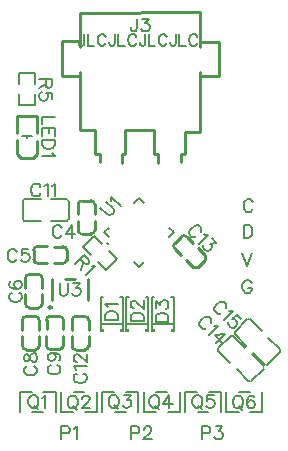
<source format=gto>
G04 Layer: TopSilkLayer*
G04 EasyEDA v6.4.25, 2021-10-30T01:07:18+08:00*
G04 7f02064591534d1f9d428ba05e81f3eb,34bb6763e28e4bbdb854ef51fa08daf4,10*
G04 Gerber Generator version 0.2*
G04 Scale: 100 percent, Rotated: No, Reflected: No *
G04 Dimensions in millimeters *
G04 leading zeros omitted , absolute positions ,4 integer and 5 decimal *
%FSLAX45Y45*%
%MOMM*%

%ADD10C,0.2540*%
%ADD11C,0.2000*%
%ADD42C,0.2030*%
%ADD43C,0.1524*%
%ADD44C,0.1500*%

%LPD*%
D11*
X782065Y3796537D02*
G01*
X782065Y3723894D01*
X777494Y3710178D01*
X772921Y3705605D01*
X763778Y3701034D01*
X754887Y3701034D01*
X745744Y3705605D01*
X741171Y3710178D01*
X736600Y3723894D01*
X736600Y3733037D01*
X812037Y3796537D02*
G01*
X812037Y3701034D01*
X812037Y3701034D02*
G01*
X866647Y3701034D01*
X964692Y3773931D02*
G01*
X960120Y3783076D01*
X951229Y3791965D01*
X942086Y3796537D01*
X923797Y3796537D01*
X914907Y3791965D01*
X905763Y3783076D01*
X901192Y3773931D01*
X896620Y3760215D01*
X896620Y3737610D01*
X901192Y3723894D01*
X905763Y3714750D01*
X914907Y3705605D01*
X923797Y3701034D01*
X942086Y3701034D01*
X951229Y3705605D01*
X960120Y3714750D01*
X964692Y3723894D01*
X1040129Y3796537D02*
G01*
X1040129Y3723894D01*
X1035812Y3710178D01*
X1031239Y3705605D01*
X1022095Y3701034D01*
X1012952Y3701034D01*
X1003807Y3705605D01*
X999236Y3710178D01*
X994663Y3723894D01*
X994663Y3733037D01*
X1070355Y3796537D02*
G01*
X1070355Y3701034D01*
X1070355Y3701034D02*
G01*
X1124712Y3701034D01*
X1223010Y3773931D02*
G01*
X1218437Y3783076D01*
X1209294Y3791965D01*
X1200150Y3796537D01*
X1182115Y3796537D01*
X1172971Y3791965D01*
X1163828Y3783076D01*
X1159255Y3773931D01*
X1154684Y3760215D01*
X1154684Y3737610D01*
X1159255Y3723894D01*
X1163828Y3714750D01*
X1172971Y3705605D01*
X1182115Y3701034D01*
X1200150Y3701034D01*
X1209294Y3705605D01*
X1218437Y3714750D01*
X1223010Y3723894D01*
X1298447Y3796537D02*
G01*
X1298447Y3723894D01*
X1293876Y3710178D01*
X1289304Y3705605D01*
X1280160Y3701034D01*
X1271270Y3701034D01*
X1262126Y3705605D01*
X1257554Y3710178D01*
X1252981Y3723894D01*
X1252981Y3733037D01*
X1328420Y3796537D02*
G01*
X1328420Y3701034D01*
X1328420Y3701034D02*
G01*
X1383029Y3701034D01*
X1481073Y3773931D02*
G01*
X1476502Y3783076D01*
X1467612Y3791965D01*
X1458468Y3796537D01*
X1440179Y3796537D01*
X1431036Y3791965D01*
X1422145Y3783076D01*
X1417573Y3773931D01*
X1413002Y3760215D01*
X1413002Y3737610D01*
X1417573Y3723894D01*
X1422145Y3714750D01*
X1431036Y3705605D01*
X1440179Y3701034D01*
X1458468Y3701034D01*
X1467612Y3705605D01*
X1476502Y3714750D01*
X1481073Y3723894D01*
X1556512Y3796537D02*
G01*
X1556512Y3723894D01*
X1551939Y3710178D01*
X1547621Y3705605D01*
X1538478Y3701034D01*
X1529334Y3701034D01*
X1520189Y3705605D01*
X1515618Y3710178D01*
X1511045Y3723894D01*
X1511045Y3733037D01*
X1586484Y3796537D02*
G01*
X1586484Y3701034D01*
X1586484Y3701034D02*
G01*
X1641094Y3701034D01*
X1739392Y3773931D02*
G01*
X1734820Y3783076D01*
X1725676Y3791965D01*
X1716531Y3796537D01*
X1698497Y3796537D01*
X1689354Y3791965D01*
X1680210Y3783076D01*
X1675637Y3773931D01*
X1671065Y3760215D01*
X1671065Y3737610D01*
X1675637Y3723894D01*
X1680210Y3714750D01*
X1689354Y3705605D01*
X1698497Y3701034D01*
X1716531Y3701034D01*
X1725676Y3705605D01*
X1734820Y3714750D01*
X1739392Y3723894D01*
D43*
X2211578Y2375407D02*
G01*
X2206244Y2385821D01*
X2195829Y2396236D01*
X2185670Y2401315D01*
X2164842Y2401315D01*
X2154428Y2396236D01*
X2144013Y2385821D01*
X2138679Y2375407D01*
X2133600Y2359660D01*
X2133600Y2333752D01*
X2138679Y2318257D01*
X2144013Y2307844D01*
X2154428Y2297429D01*
X2164842Y2292350D01*
X2185670Y2292350D01*
X2195829Y2297429D01*
X2206244Y2307844D01*
X2211578Y2318257D01*
X2133600Y2185415D02*
G01*
X2133600Y2076450D01*
X2133600Y2185415D02*
G01*
X2169921Y2185415D01*
X2185670Y2180336D01*
X2195829Y2169921D01*
X2201163Y2159507D01*
X2206244Y2143760D01*
X2206244Y2117852D01*
X2201163Y2102357D01*
X2195829Y2091944D01*
X2185670Y2081529D01*
X2169921Y2076450D01*
X2133600Y2076450D01*
X2198878Y1689607D02*
G01*
X2193544Y1700021D01*
X2183129Y1710436D01*
X2172970Y1715515D01*
X2152142Y1715515D01*
X2141728Y1710436D01*
X2131313Y1700021D01*
X2125979Y1689607D01*
X2120900Y1673860D01*
X2120900Y1647952D01*
X2125979Y1632457D01*
X2131313Y1622044D01*
X2141728Y1611629D01*
X2152142Y1606550D01*
X2172970Y1606550D01*
X2183129Y1611629D01*
X2193544Y1622044D01*
X2198878Y1632457D01*
X2198878Y1647952D01*
X2172970Y1647952D02*
G01*
X2198878Y1647952D01*
X2120900Y1944115D02*
G01*
X2162555Y1835150D01*
X2203957Y1944115D02*
G01*
X2162555Y1835150D01*
X593852Y2156205D02*
G01*
X588518Y2166620D01*
X578357Y2177034D01*
X567944Y2182113D01*
X547115Y2182113D01*
X536702Y2177034D01*
X526287Y2166620D01*
X521207Y2156205D01*
X515873Y2140712D01*
X515873Y2114804D01*
X521207Y2099055D01*
X526287Y2088642D01*
X536702Y2078228D01*
X547115Y2073147D01*
X567944Y2073147D01*
X578357Y2078228D01*
X588518Y2088642D01*
X593852Y2099055D01*
X679957Y2182113D02*
G01*
X628142Y2109470D01*
X706120Y2109470D01*
X679957Y2182113D02*
G01*
X679957Y2073147D01*
X212852Y1953005D02*
G01*
X207518Y1963420D01*
X197357Y1973834D01*
X186944Y1978913D01*
X166115Y1978913D01*
X155702Y1973834D01*
X145287Y1963420D01*
X140207Y1953005D01*
X134873Y1937512D01*
X134873Y1911604D01*
X140207Y1895855D01*
X145287Y1885442D01*
X155702Y1875028D01*
X166115Y1869947D01*
X186944Y1869947D01*
X197357Y1875028D01*
X207518Y1885442D01*
X212852Y1895855D01*
X309371Y1978913D02*
G01*
X257555Y1978913D01*
X252221Y1932178D01*
X257555Y1937512D01*
X273050Y1942592D01*
X288797Y1942592D01*
X304292Y1937512D01*
X314705Y1927097D01*
X319786Y1911604D01*
X319786Y1901189D01*
X314705Y1885442D01*
X304292Y1875028D01*
X288797Y1869947D01*
X273050Y1869947D01*
X257555Y1875028D01*
X252221Y1880362D01*
X247142Y1890776D01*
X172593Y1611452D02*
G01*
X162179Y1606118D01*
X151764Y1595958D01*
X146685Y1585544D01*
X146685Y1564716D01*
X151764Y1554302D01*
X162179Y1543888D01*
X172593Y1538808D01*
X188087Y1533474D01*
X213995Y1533474D01*
X229743Y1538808D01*
X240156Y1543888D01*
X250570Y1554302D01*
X255651Y1564716D01*
X255651Y1585544D01*
X250570Y1595958D01*
X240156Y1606118D01*
X229743Y1611452D01*
X162179Y1707972D02*
G01*
X151764Y1702892D01*
X146685Y1687398D01*
X146685Y1676984D01*
X151764Y1661236D01*
X167259Y1650822D01*
X193420Y1645742D01*
X219329Y1645742D01*
X240156Y1650822D01*
X250570Y1661236D01*
X255651Y1676984D01*
X255651Y1682064D01*
X250570Y1697558D01*
X240156Y1707972D01*
X224409Y1713306D01*
X219329Y1713306D01*
X203835Y1707972D01*
X193420Y1697558D01*
X188087Y1682064D01*
X188087Y1676984D01*
X193420Y1661236D01*
X203835Y1650822D01*
X219329Y1645742D01*
X299593Y989152D02*
G01*
X289179Y983818D01*
X278764Y973658D01*
X273685Y963244D01*
X273685Y942416D01*
X278764Y932002D01*
X289179Y921588D01*
X299593Y916508D01*
X315087Y911174D01*
X340995Y911174D01*
X356743Y916508D01*
X367156Y921588D01*
X377570Y932002D01*
X382651Y942416D01*
X382651Y963244D01*
X377570Y973658D01*
X367156Y983818D01*
X356743Y989152D01*
X273685Y1049350D02*
G01*
X278764Y1033856D01*
X289179Y1028522D01*
X299593Y1028522D01*
X310006Y1033856D01*
X315087Y1044270D01*
X320420Y1065098D01*
X325501Y1080592D01*
X335914Y1091006D01*
X346329Y1096086D01*
X361822Y1096086D01*
X372237Y1091006D01*
X377570Y1085672D01*
X382651Y1070178D01*
X382651Y1049350D01*
X377570Y1033856D01*
X372237Y1028522D01*
X361822Y1023442D01*
X346329Y1023442D01*
X335914Y1028522D01*
X325501Y1038936D01*
X320420Y1054684D01*
X315087Y1075258D01*
X310006Y1085672D01*
X299593Y1091006D01*
X289179Y1091006D01*
X278764Y1085672D01*
X273685Y1070178D01*
X273685Y1049350D01*
X497839Y998626D02*
G01*
X487426Y993546D01*
X477265Y983132D01*
X471931Y972718D01*
X471931Y951890D01*
X477265Y941476D01*
X487426Y931062D01*
X497839Y925982D01*
X513587Y920648D01*
X539495Y920648D01*
X554989Y925982D01*
X565404Y931062D01*
X575818Y941476D01*
X581152Y951890D01*
X581152Y972718D01*
X575818Y983132D01*
X565404Y993546D01*
X554989Y998626D01*
X508254Y1100480D02*
G01*
X524002Y1095146D01*
X534415Y1084986D01*
X539495Y1069238D01*
X539495Y1064158D01*
X534415Y1048410D01*
X524002Y1037996D01*
X508254Y1032916D01*
X503173Y1032916D01*
X487426Y1037996D01*
X477265Y1048410D01*
X471931Y1064158D01*
X471931Y1069238D01*
X477265Y1084986D01*
X487426Y1095146D01*
X508254Y1100480D01*
X534415Y1100480D01*
X560323Y1095146D01*
X575818Y1084986D01*
X581152Y1069238D01*
X581152Y1058824D01*
X575818Y1043330D01*
X565404Y1037996D01*
X718693Y925652D02*
G01*
X708279Y920318D01*
X697864Y910158D01*
X692785Y899744D01*
X692785Y878916D01*
X697864Y868502D01*
X708279Y858088D01*
X718693Y853008D01*
X734187Y847674D01*
X760095Y847674D01*
X775843Y853008D01*
X786256Y858088D01*
X796670Y868502D01*
X801751Y878916D01*
X801751Y899744D01*
X796670Y910158D01*
X786256Y920318D01*
X775843Y925652D01*
X713359Y959942D02*
G01*
X708279Y970356D01*
X692785Y985850D01*
X801751Y985850D01*
X718693Y1025474D02*
G01*
X713359Y1025474D01*
X702945Y1030554D01*
X697864Y1035888D01*
X692785Y1046048D01*
X692785Y1066876D01*
X697864Y1077290D01*
X702945Y1082624D01*
X713359Y1087704D01*
X723772Y1087704D01*
X734187Y1082624D01*
X749935Y1072210D01*
X801751Y1020140D01*
X801751Y1093038D01*
X1767613Y2126724D02*
G01*
X1771385Y2137681D01*
X1771385Y2152408D01*
X1767613Y2163363D01*
X1752887Y2178090D01*
X1741931Y2181862D01*
X1727202Y2181862D01*
X1716247Y2178090D01*
X1701340Y2170727D01*
X1683021Y2152408D01*
X1675836Y2137681D01*
X1672064Y2126724D01*
X1672064Y2111997D01*
X1675655Y2100861D01*
X1690385Y2086135D01*
X1701520Y2082540D01*
X1716247Y2082540D01*
X1727202Y2086312D01*
X1795452Y2106068D02*
G01*
X1806587Y2102477D01*
X1828500Y2102477D01*
X1751271Y2025248D01*
X1860110Y2070867D02*
G01*
X1900521Y2030455D01*
X1848975Y2023092D01*
X1860110Y2011956D01*
X1863882Y2001001D01*
X1863702Y1993638D01*
X1856519Y1978908D01*
X1849155Y1971545D01*
X1834428Y1964362D01*
X1819699Y1964362D01*
X1804972Y1971545D01*
X1794017Y1982503D01*
X1786653Y1997410D01*
X1786653Y2004593D01*
X1790245Y2015728D01*
X1228852Y3931920D02*
G01*
X1228852Y3848607D01*
X1223771Y3833113D01*
X1218692Y3828034D01*
X1208278Y3822700D01*
X1197863Y3822700D01*
X1187450Y3828034D01*
X1182115Y3833113D01*
X1177036Y3848607D01*
X1177036Y3859021D01*
X1273555Y3931920D02*
G01*
X1330705Y3931920D01*
X1299718Y3890263D01*
X1315212Y3890263D01*
X1325626Y3885184D01*
X1330705Y3879850D01*
X1336039Y3864355D01*
X1336039Y3853942D01*
X1330705Y3838447D01*
X1320292Y3828034D01*
X1304797Y3822700D01*
X1289304Y3822700D01*
X1273555Y3828034D01*
X1268476Y3833113D01*
X1263142Y3843528D01*
X534415Y3098800D02*
G01*
X425450Y3098800D01*
X425450Y3098800D02*
G01*
X425450Y3036570D01*
X534415Y3002279D02*
G01*
X425450Y3002279D01*
X534415Y3002279D02*
G01*
X534415Y2934715D01*
X482600Y3002279D02*
G01*
X482600Y2960623D01*
X425450Y3002279D02*
G01*
X425450Y2934715D01*
X534415Y2900426D02*
G01*
X425450Y2900426D01*
X534415Y2900426D02*
G01*
X534415Y2863850D01*
X529336Y2848355D01*
X518921Y2837942D01*
X508507Y2832862D01*
X492760Y2827528D01*
X466852Y2827528D01*
X451357Y2832862D01*
X440944Y2837942D01*
X430529Y2848355D01*
X425450Y2863850D01*
X425450Y2900426D01*
X513587Y2793237D02*
G01*
X518921Y2782823D01*
X534415Y2767329D01*
X425450Y2767329D01*
X509015Y3416300D02*
G01*
X400050Y3416300D01*
X509015Y3416300D02*
G01*
X509015Y3369563D01*
X503936Y3354070D01*
X498602Y3348736D01*
X488187Y3343655D01*
X477773Y3343655D01*
X467360Y3348736D01*
X462279Y3354070D01*
X457200Y3369563D01*
X457200Y3416300D01*
X457200Y3379978D02*
G01*
X400050Y3343655D01*
X509015Y3246881D02*
G01*
X509015Y3298952D01*
X462279Y3304031D01*
X467360Y3298952D01*
X472694Y3283204D01*
X472694Y3267710D01*
X467360Y3252215D01*
X457200Y3241802D01*
X441452Y3236468D01*
X431037Y3236468D01*
X415544Y3241802D01*
X405129Y3252215D01*
X400050Y3267710D01*
X400050Y3283204D01*
X405129Y3298952D01*
X410210Y3304031D01*
X420623Y3309365D01*
X411276Y2508707D02*
G01*
X405942Y2519121D01*
X395528Y2529535D01*
X385368Y2534615D01*
X364540Y2534615D01*
X354126Y2529535D01*
X343712Y2519121D01*
X338378Y2508707D01*
X333298Y2492959D01*
X333298Y2467051D01*
X338378Y2451557D01*
X343712Y2441143D01*
X354126Y2430729D01*
X364540Y2425649D01*
X385368Y2425649D01*
X395528Y2430729D01*
X405942Y2441143D01*
X411276Y2451557D01*
X445566Y2513787D02*
G01*
X455980Y2519121D01*
X471474Y2534615D01*
X471474Y2425649D01*
X505764Y2513787D02*
G01*
X516178Y2519121D01*
X531672Y2534615D01*
X531672Y2425649D01*
X959383Y1381099D02*
G01*
X1068349Y1381099D01*
X959383Y1381099D02*
G01*
X959383Y1417421D01*
X964463Y1433169D01*
X974877Y1443329D01*
X985291Y1448663D01*
X1001039Y1453743D01*
X1026947Y1453743D01*
X1042441Y1448663D01*
X1052855Y1443329D01*
X1063269Y1433169D01*
X1068349Y1417421D01*
X1068349Y1381099D01*
X980211Y1488033D02*
G01*
X974877Y1498447D01*
X959383Y1514195D01*
X1068349Y1514195D01*
X1175283Y1368399D02*
G01*
X1284249Y1368399D01*
X1175283Y1368399D02*
G01*
X1175283Y1404721D01*
X1180363Y1420469D01*
X1190777Y1430629D01*
X1201191Y1435963D01*
X1216939Y1441043D01*
X1242847Y1441043D01*
X1258341Y1435963D01*
X1268755Y1430629D01*
X1279169Y1420469D01*
X1284249Y1404721D01*
X1284249Y1368399D01*
X1201191Y1480667D02*
G01*
X1196111Y1480667D01*
X1185697Y1485747D01*
X1180363Y1491081D01*
X1175283Y1501495D01*
X1175283Y1522069D01*
X1180363Y1532483D01*
X1185697Y1537817D01*
X1196111Y1542897D01*
X1206525Y1542897D01*
X1216939Y1537817D01*
X1232433Y1527403D01*
X1284249Y1475333D01*
X1284249Y1548231D01*
X1386382Y1365199D02*
G01*
X1495348Y1365199D01*
X1386382Y1365199D02*
G01*
X1386382Y1401521D01*
X1391462Y1417269D01*
X1401876Y1427429D01*
X1412290Y1432763D01*
X1428038Y1437843D01*
X1453946Y1437843D01*
X1469440Y1432763D01*
X1479854Y1427429D01*
X1490268Y1417269D01*
X1495348Y1401521D01*
X1495348Y1365199D01*
X1386382Y1482547D02*
G01*
X1386382Y1539697D01*
X1428038Y1508709D01*
X1428038Y1524203D01*
X1433118Y1534617D01*
X1438198Y1539697D01*
X1453946Y1545031D01*
X1464360Y1545031D01*
X1479854Y1539697D01*
X1490268Y1529283D01*
X1495348Y1513789D01*
X1495348Y1498295D01*
X1490268Y1482547D01*
X1485188Y1477467D01*
X1474774Y1472133D01*
X589686Y477748D02*
G01*
X589686Y368782D01*
X589686Y477748D02*
G01*
X636422Y477748D01*
X651916Y472668D01*
X657250Y467334D01*
X662330Y456920D01*
X662330Y441426D01*
X657250Y431012D01*
X651916Y425932D01*
X636422Y420598D01*
X589686Y420598D01*
X696620Y456920D02*
G01*
X707034Y462254D01*
X722782Y477748D01*
X722782Y368782D01*
X1176985Y477748D02*
G01*
X1176985Y368782D01*
X1176985Y477748D02*
G01*
X1223721Y477748D01*
X1239215Y472668D01*
X1244549Y467334D01*
X1249629Y456920D01*
X1249629Y441426D01*
X1244549Y431012D01*
X1239215Y425932D01*
X1223721Y420598D01*
X1176985Y420598D01*
X1289253Y451840D02*
G01*
X1289253Y456920D01*
X1294333Y467334D01*
X1299667Y472668D01*
X1310081Y477748D01*
X1330655Y477748D01*
X1341069Y472668D01*
X1346403Y467334D01*
X1351483Y456920D01*
X1351483Y446506D01*
X1346403Y436092D01*
X1335989Y420598D01*
X1283919Y368782D01*
X1356817Y368782D01*
X1776984Y477748D02*
G01*
X1776984Y368782D01*
X1776984Y477748D02*
G01*
X1823720Y477748D01*
X1839213Y472668D01*
X1844547Y467334D01*
X1849628Y456920D01*
X1849628Y441426D01*
X1844547Y431012D01*
X1839213Y425932D01*
X1823720Y420598D01*
X1776984Y420598D01*
X1894331Y477748D02*
G01*
X1951481Y477748D01*
X1920494Y436092D01*
X1935987Y436092D01*
X1946402Y431012D01*
X1951481Y425932D01*
X1956815Y410184D01*
X1956815Y399770D01*
X1951481Y384276D01*
X1941068Y373862D01*
X1925573Y368782D01*
X1910079Y368782D01*
X1894331Y373862D01*
X1889252Y378942D01*
X1883918Y389356D01*
X341340Y742713D02*
G01*
X330926Y737633D01*
X320512Y727219D01*
X315178Y716805D01*
X310098Y701057D01*
X310098Y675149D01*
X315178Y659655D01*
X320512Y649241D01*
X330926Y638827D01*
X341340Y633747D01*
X362168Y633747D01*
X372328Y638827D01*
X382742Y649241D01*
X388076Y659655D01*
X393156Y675149D01*
X393156Y701057D01*
X388076Y716805D01*
X382742Y727219D01*
X372328Y737633D01*
X362168Y742713D01*
X341340Y742713D01*
X356834Y654321D02*
G01*
X388076Y623333D01*
X427446Y721885D02*
G01*
X437860Y727219D01*
X453608Y742713D01*
X453608Y633747D01*
X673839Y739513D02*
G01*
X663425Y734433D01*
X653011Y724019D01*
X647677Y713605D01*
X642597Y697857D01*
X642597Y671949D01*
X647677Y656455D01*
X653011Y646041D01*
X663425Y635627D01*
X673839Y630547D01*
X694667Y630547D01*
X704827Y635627D01*
X715241Y646041D01*
X720575Y656455D01*
X725655Y671949D01*
X725655Y697857D01*
X720575Y713605D01*
X715241Y724019D01*
X704827Y734433D01*
X694667Y739513D01*
X673839Y739513D01*
X689333Y651121D02*
G01*
X720575Y620133D01*
X765279Y713605D02*
G01*
X765279Y718685D01*
X770359Y729099D01*
X775693Y734433D01*
X786107Y739513D01*
X806681Y739513D01*
X817095Y734433D01*
X822429Y729099D01*
X827509Y718685D01*
X827509Y708271D01*
X822429Y697857D01*
X812015Y682363D01*
X759945Y630547D01*
X832843Y630547D01*
X1020739Y745914D02*
G01*
X1010325Y740834D01*
X999911Y730420D01*
X994577Y720006D01*
X989497Y704258D01*
X989497Y678350D01*
X994577Y662856D01*
X999911Y652442D01*
X1010325Y642028D01*
X1020739Y636948D01*
X1041567Y636948D01*
X1051727Y642028D01*
X1062141Y652442D01*
X1067475Y662856D01*
X1072555Y678350D01*
X1072555Y704258D01*
X1067475Y720006D01*
X1062141Y730420D01*
X1051727Y740834D01*
X1041567Y745914D01*
X1020739Y745914D01*
X1036233Y657522D02*
G01*
X1067475Y626534D01*
X1117259Y745914D02*
G01*
X1174409Y745914D01*
X1143167Y704258D01*
X1158915Y704258D01*
X1169329Y699178D01*
X1174409Y694098D01*
X1179743Y678350D01*
X1179743Y667936D01*
X1174409Y652442D01*
X1163995Y642028D01*
X1148501Y636948D01*
X1133007Y636948D01*
X1117259Y642028D01*
X1112179Y647108D01*
X1106845Y657522D01*
X1365940Y742713D02*
G01*
X1355526Y737633D01*
X1345112Y727219D01*
X1339778Y716805D01*
X1334698Y701057D01*
X1334698Y675149D01*
X1339778Y659655D01*
X1345112Y649241D01*
X1355526Y638827D01*
X1365940Y633747D01*
X1386768Y633747D01*
X1396928Y638827D01*
X1407342Y649241D01*
X1412676Y659655D01*
X1417756Y675149D01*
X1417756Y701057D01*
X1412676Y716805D01*
X1407342Y727219D01*
X1396928Y737633D01*
X1386768Y742713D01*
X1365940Y742713D01*
X1381434Y654321D02*
G01*
X1412676Y623333D01*
X1504116Y742713D02*
G01*
X1452046Y670069D01*
X1530024Y670069D01*
X1504116Y742713D02*
G01*
X1504116Y633747D01*
X1728640Y742713D02*
G01*
X1718226Y737633D01*
X1707812Y727219D01*
X1702478Y716805D01*
X1697398Y701057D01*
X1697398Y675149D01*
X1702478Y659655D01*
X1707812Y649241D01*
X1718226Y638827D01*
X1728640Y633747D01*
X1749468Y633747D01*
X1759628Y638827D01*
X1770042Y649241D01*
X1775376Y659655D01*
X1780456Y675149D01*
X1780456Y701057D01*
X1775376Y716805D01*
X1770042Y727219D01*
X1759628Y737633D01*
X1749468Y742713D01*
X1728640Y742713D01*
X1744134Y654321D02*
G01*
X1775376Y623333D01*
X1877230Y742713D02*
G01*
X1825160Y742713D01*
X1820080Y695977D01*
X1825160Y701057D01*
X1840908Y706391D01*
X1856402Y706391D01*
X1871896Y701057D01*
X1882310Y690897D01*
X1887644Y675149D01*
X1887644Y664735D01*
X1882310Y649241D01*
X1871896Y638827D01*
X1856402Y633747D01*
X1840908Y633747D01*
X1825160Y638827D01*
X1820080Y643907D01*
X1814746Y654321D01*
X2073838Y739513D02*
G01*
X2063424Y734433D01*
X2053010Y724019D01*
X2047676Y713605D01*
X2042596Y697857D01*
X2042596Y671949D01*
X2047676Y656455D01*
X2053010Y646041D01*
X2063424Y635627D01*
X2073838Y630547D01*
X2094666Y630547D01*
X2104826Y635627D01*
X2115240Y646041D01*
X2120574Y656455D01*
X2125654Y671949D01*
X2125654Y697857D01*
X2120574Y713605D01*
X2115240Y724019D01*
X2104826Y734433D01*
X2094666Y739513D01*
X2073838Y739513D01*
X2089332Y651121D02*
G01*
X2120574Y620133D01*
X2222428Y724019D02*
G01*
X2217094Y734433D01*
X2201600Y739513D01*
X2191186Y739513D01*
X2175692Y734433D01*
X2165278Y718685D01*
X2159944Y692777D01*
X2159944Y666869D01*
X2165278Y646041D01*
X2175692Y635627D01*
X2191186Y630547D01*
X2196266Y630547D01*
X2212014Y635627D01*
X2222428Y646041D01*
X2227508Y661535D01*
X2227508Y666869D01*
X2222428Y682363D01*
X2212014Y692777D01*
X2196266Y697857D01*
X2191186Y697857D01*
X2175692Y692777D01*
X2165278Y682363D01*
X2159944Y666869D01*
X783582Y1928182D02*
G01*
X706531Y1851131D01*
X783582Y1928182D02*
G01*
X816630Y1895134D01*
X823993Y1880588D01*
X823993Y1873044D01*
X820221Y1862086D01*
X812858Y1854723D01*
X801900Y1850951D01*
X794537Y1851131D01*
X779990Y1858495D01*
X746942Y1891543D01*
X772627Y1865858D02*
G01*
X757897Y1799765D01*
X844468Y1837839D02*
G01*
X855604Y1834248D01*
X877694Y1834070D01*
X800643Y1757019D01*
X573074Y1693303D02*
G01*
X573074Y1615325D01*
X578154Y1599831D01*
X588568Y1589417D01*
X604316Y1584337D01*
X614730Y1584337D01*
X630224Y1589417D01*
X640638Y1599831D01*
X645718Y1615325D01*
X645718Y1693303D01*
X690422Y1693303D02*
G01*
X747572Y1693303D01*
X716584Y1651647D01*
X732078Y1651647D01*
X742492Y1646567D01*
X747572Y1641487D01*
X752906Y1625739D01*
X752906Y1615325D01*
X747572Y1599831D01*
X737158Y1589417D01*
X721664Y1584337D01*
X706170Y1584337D01*
X690422Y1589417D01*
X685342Y1594497D01*
X680008Y1604911D01*
X918766Y2328044D02*
G01*
X973904Y2272906D01*
X988451Y2265542D01*
X1003180Y2265542D01*
X1017907Y2273086D01*
X1025270Y2280450D01*
X1032634Y2294999D01*
X1032634Y2309726D01*
X1025270Y2324272D01*
X970132Y2379413D01*
X1009106Y2388930D02*
G01*
X1012697Y2400066D01*
X1012878Y2422159D01*
X1089929Y2345108D01*
X1852559Y1350180D02*
G01*
X1856150Y1361315D01*
X1856150Y1376045D01*
X1852559Y1386819D01*
X1837829Y1401549D01*
X1826874Y1405318D01*
X1812147Y1405318D01*
X1801012Y1401726D01*
X1786282Y1394183D01*
X1767964Y1375864D01*
X1760601Y1361315D01*
X1757009Y1350180D01*
X1757009Y1335453D01*
X1760781Y1324498D01*
X1775508Y1309768D01*
X1786282Y1306177D01*
X1801012Y1306177D01*
X1812147Y1309768D01*
X1880397Y1329527D02*
G01*
X1891532Y1325933D01*
X1913445Y1325933D01*
X1836394Y1248882D01*
X1974509Y1264869D02*
G01*
X1886323Y1250320D01*
X1941461Y1195181D01*
X1974509Y1264869D02*
G01*
X1897458Y1187818D01*
X1979559Y1477180D02*
G01*
X1983150Y1488315D01*
X1983150Y1503045D01*
X1979559Y1513819D01*
X1964829Y1528549D01*
X1953874Y1532318D01*
X1939147Y1532318D01*
X1928012Y1528726D01*
X1913282Y1521183D01*
X1894964Y1502864D01*
X1887601Y1488315D01*
X1884009Y1477180D01*
X1884009Y1462453D01*
X1887781Y1451498D01*
X1902508Y1436768D01*
X1913282Y1433177D01*
X1928012Y1433177D01*
X1939147Y1436768D01*
X2007397Y1456527D02*
G01*
X2018532Y1452933D01*
X2040445Y1452933D01*
X1963394Y1375882D01*
X2108873Y1384505D02*
G01*
X2072055Y1421323D01*
X2035416Y1391869D01*
X2042599Y1391869D01*
X2057326Y1384683D01*
X2068461Y1373548D01*
X2075647Y1358821D01*
X2075827Y1344272D01*
X2068283Y1329545D01*
X2060920Y1322181D01*
X2046371Y1314818D01*
X2031644Y1314818D01*
X2017095Y1322181D01*
X2005959Y1333317D01*
X1998596Y1347866D01*
X1998596Y1355049D01*
X2002188Y1366184D01*
G36*
X915771Y1305102D02*
G01*
X915771Y1274622D01*
X947775Y1274622D01*
X947775Y1305102D01*
G37*
G36*
X1084224Y1305102D02*
G01*
X1084224Y1274622D01*
X1116228Y1274622D01*
X1116228Y1305102D01*
G37*
G36*
X1131671Y1305102D02*
G01*
X1131671Y1274622D01*
X1163675Y1274622D01*
X1163675Y1305102D01*
G37*
G36*
X1300124Y1305102D02*
G01*
X1300124Y1274622D01*
X1332128Y1274622D01*
X1332128Y1305102D01*
G37*
G36*
X1347571Y1305102D02*
G01*
X1347571Y1274622D01*
X1379575Y1274622D01*
X1379575Y1305102D01*
G37*
G36*
X1516024Y1305102D02*
G01*
X1516024Y1274622D01*
X1548028Y1274622D01*
X1548028Y1305102D01*
G37*
D10*
X840077Y2108898D02*
G01*
X760074Y2108898D01*
X871062Y2219873D02*
G01*
X871062Y2139876D01*
X729096Y2219873D02*
G01*
X729096Y2139876D01*
X871644Y2277463D02*
G01*
X871644Y2357462D01*
X840661Y2388445D02*
G01*
X760663Y2388445D01*
X729683Y2277463D02*
G01*
X729683Y2357462D01*
X634301Y1970377D02*
G01*
X634301Y1890374D01*
X523326Y2001362D02*
G01*
X603323Y2001362D01*
X523326Y1859396D02*
G01*
X603323Y1859396D01*
X465736Y2001944D02*
G01*
X385737Y2001944D01*
X354754Y1970961D02*
G01*
X354754Y1890963D01*
X465736Y1859983D02*
G01*
X385737Y1859983D01*
X315622Y1764601D02*
G01*
X395625Y1764601D01*
X284637Y1653626D02*
G01*
X284637Y1733623D01*
X426603Y1653626D02*
G01*
X426603Y1733623D01*
X284055Y1596036D02*
G01*
X284055Y1516037D01*
X315038Y1485054D02*
G01*
X395036Y1485054D01*
X426016Y1596036D02*
G01*
X426016Y1516037D01*
X290222Y1409001D02*
G01*
X370225Y1409001D01*
X259237Y1298026D02*
G01*
X259237Y1378023D01*
X401203Y1298026D02*
G01*
X401203Y1378023D01*
X258655Y1240436D02*
G01*
X258655Y1160437D01*
X289638Y1129454D02*
G01*
X369636Y1129454D01*
X400616Y1240436D02*
G01*
X400616Y1160437D01*
X709322Y1409001D02*
G01*
X789325Y1409001D01*
X678337Y1298026D02*
G01*
X678337Y1378023D01*
X820303Y1298026D02*
G01*
X820303Y1378023D01*
X677755Y1240436D02*
G01*
X677755Y1160437D01*
X708738Y1129454D02*
G01*
X788736Y1129454D01*
X819716Y1240436D02*
G01*
X819716Y1160437D01*
X573377Y1130998D02*
G01*
X493374Y1130998D01*
X604362Y1241973D02*
G01*
X604362Y1161976D01*
X462396Y1241973D02*
G01*
X462396Y1161976D01*
X604944Y1299563D02*
G01*
X604944Y1379562D01*
X573961Y1410545D02*
G01*
X493963Y1410545D01*
X462983Y1299563D02*
G01*
X462983Y1379562D01*
X1802958Y1885779D02*
G01*
X1746387Y1829208D01*
X1746394Y1986160D02*
G01*
X1802963Y1929594D01*
X1646011Y1885774D02*
G01*
X1702577Y1829208D01*
X1706084Y2027293D02*
G01*
X1649516Y2083861D01*
X1605699Y2083861D02*
G01*
X1549133Y2027295D01*
X1605704Y1926912D02*
G01*
X1549135Y1983480D01*
X1410474Y2706751D02*
G01*
X1410474Y2782951D01*
X1372374Y2782951D01*
X1372374Y2986151D01*
X1131074Y2986151D01*
X1131074Y2782951D01*
X1105674Y2782951D01*
X1105674Y2706751D01*
X915174Y2719451D02*
G01*
X915174Y2782951D01*
X877074Y2782951D01*
X877074Y2986151D01*
X750074Y2986151D01*
X750087Y3083052D01*
X1600974Y2719451D02*
G01*
X1600974Y2782951D01*
X1639074Y2782951D01*
X1639074Y2973451D01*
X1766074Y2973451D01*
X1766087Y3083052D01*
X750087Y3482743D02*
G01*
X750087Y3083052D01*
X750087Y3982753D02*
G01*
X750087Y3692761D01*
X1766087Y3482743D02*
G01*
X1766087Y3083052D01*
X1766087Y3987251D02*
G01*
X1766087Y3692761D01*
X1766087Y3987251D02*
G01*
X750087Y3982753D01*
X593087Y3443683D02*
G01*
X593087Y3742761D01*
X1923087Y3446223D02*
G01*
X1923087Y3735783D01*
X750087Y3742761D02*
G01*
X593087Y3742761D01*
X1923087Y3735783D02*
G01*
X1766087Y3735783D01*
X750087Y3443683D02*
G01*
X593087Y3443683D01*
X1923087Y3446223D02*
G01*
X1766087Y3446223D01*
X382313Y3106376D02*
G01*
X209593Y3106376D01*
X209593Y3106376D02*
G01*
X209593Y2959056D01*
X382313Y3106376D02*
G01*
X382313Y2959056D01*
X209593Y2900636D02*
G01*
X209593Y2783796D01*
X382313Y2898096D02*
G01*
X382313Y2783796D01*
X382313Y2783796D02*
G01*
X346753Y2748236D01*
X245153Y2748236D01*
X209593Y2783796D01*
D42*
X336593Y2937466D02*
G01*
X257853Y2937466D01*
X296748Y2937466D02*
G01*
X296748Y2919930D01*
D43*
X362013Y3378868D02*
G01*
X362013Y3474755D01*
X229892Y3474755D01*
X229892Y3378868D01*
X362013Y3293625D02*
G01*
X362013Y3197738D01*
X229892Y3197738D01*
X229892Y3293625D01*
X276080Y2221039D02*
G01*
X417080Y2221039D01*
X417080Y2401760D02*
G01*
X276080Y2401760D01*
X260840Y2386520D02*
G01*
X260840Y2236279D01*
X638319Y2221039D02*
G01*
X497319Y2221039D01*
X497319Y2401760D02*
G01*
X638319Y2401760D01*
X653559Y2386520D02*
G01*
X653559Y2236279D01*
X1108623Y1297477D02*
G01*
X1108623Y1572722D01*
X923376Y1297477D02*
G01*
X923376Y1572722D01*
X923376Y1572722D02*
G01*
X942680Y1572722D01*
X1108623Y1572722D02*
G01*
X1089319Y1572722D01*
X928377Y1343421D02*
G01*
X1103622Y1343421D01*
X1324523Y1297477D02*
G01*
X1324523Y1572722D01*
X1139276Y1297477D02*
G01*
X1139276Y1572722D01*
X1139276Y1572722D02*
G01*
X1158580Y1572722D01*
X1324523Y1572722D02*
G01*
X1305219Y1572722D01*
X1144277Y1343421D02*
G01*
X1319522Y1343421D01*
X1540423Y1297477D02*
G01*
X1540423Y1572722D01*
X1355176Y1297477D02*
G01*
X1355176Y1572722D01*
X1355176Y1572722D02*
G01*
X1374480Y1572722D01*
X1540423Y1572722D02*
G01*
X1521119Y1572722D01*
X1360177Y1343421D02*
G01*
X1535422Y1343421D01*
X540621Y601929D02*
G01*
X540621Y773668D01*
X437459Y773668D01*
X235379Y601929D02*
G01*
X235379Y773668D01*
X338541Y773668D01*
X433539Y601929D02*
G01*
X342460Y601929D01*
X585378Y773668D02*
G01*
X585378Y601929D01*
X688540Y601929D01*
X890620Y773668D02*
G01*
X890620Y601929D01*
X787458Y601929D01*
X692459Y773668D02*
G01*
X783539Y773668D01*
X1240619Y601929D02*
G01*
X1240619Y773668D01*
X1137457Y773668D01*
X935377Y601929D02*
G01*
X935377Y773668D01*
X1038539Y773668D01*
X1133538Y601929D02*
G01*
X1042459Y601929D01*
X1285379Y773668D02*
G01*
X1285379Y601929D01*
X1388541Y601929D01*
X1590621Y773668D02*
G01*
X1590621Y601929D01*
X1487459Y601929D01*
X1392461Y773668D02*
G01*
X1483540Y773668D01*
X1940620Y601929D02*
G01*
X1940620Y773668D01*
X1837458Y773668D01*
X1635379Y601929D02*
G01*
X1635379Y773668D01*
X1738541Y773668D01*
X1833539Y601929D02*
G01*
X1742460Y601929D01*
X1985378Y773668D02*
G01*
X1985378Y601929D01*
X2088540Y601929D01*
X2290620Y773668D02*
G01*
X2290620Y601929D01*
X2187458Y601929D01*
X2092459Y773668D02*
G01*
X2183538Y773668D01*
X897826Y1866249D02*
G01*
X965629Y1798446D01*
X1059053Y1891870D01*
X991250Y1959673D01*
X837549Y1926526D02*
G01*
X769746Y1994329D01*
X863170Y2087753D01*
X930973Y2019950D01*
D10*
X505393Y1728304D02*
G01*
X505393Y1548302D01*
X620392Y1728304D02*
G01*
X700394Y1728304D01*
X815395Y1728304D02*
G01*
X815395Y1548302D01*
D43*
X1204033Y2373952D02*
G01*
X1244600Y2414518D01*
X1285166Y2373952D01*
X1497652Y2080333D02*
G01*
X1538218Y2120900D01*
X1497652Y2161466D01*
X991547Y2161466D02*
G01*
X950981Y2120900D01*
X991547Y2080333D01*
X1285166Y1867847D02*
G01*
X1244600Y1827281D01*
X1204033Y1867847D01*
X1916234Y1118275D02*
G01*
X2015937Y1018573D01*
X2143726Y1146362D02*
G01*
X2044024Y1246065D01*
X2022469Y1246065D02*
G01*
X1916234Y1139830D01*
X2172375Y862134D02*
G01*
X2072673Y961837D01*
X2200462Y1089626D02*
G01*
X2300165Y989924D01*
X2300165Y968369D02*
G01*
X2193930Y862134D01*
X2055934Y1257975D02*
G01*
X2155637Y1158273D01*
X2283426Y1286062D02*
G01*
X2183724Y1385765D01*
X2162169Y1385765D02*
G01*
X2055934Y1279530D01*
X2312075Y1001834D02*
G01*
X2212373Y1101537D01*
X2340162Y1229326D02*
G01*
X2439865Y1129624D01*
X2439865Y1108069D02*
G01*
X2333630Y1001834D01*
D10*
G75*
G01*
X840661Y2388451D02*
G02*
X871644Y2357468I0J-30983D01*
G75*
G01*
X729678Y2357468D02*
G02*
X760664Y2388451I30983J0D01*
G75*
G01*
X871063Y2139881D02*
G02*
X840077Y2108899I-30983J0D01*
G75*
G01*
X760080Y2108899D02*
G02*
X729097Y2139881I0J30982D01*
G75*
G01*
X354749Y1970961D02*
G02*
X385732Y2001944I30983J0D01*
G75*
G01*
X385732Y1859978D02*
G02*
X354749Y1890964I0J30983D01*
G75*
G01*
X603319Y2001363D02*
G02*
X634301Y1970377I0J-30983D01*
G75*
G01*
X634301Y1890380D02*
G02*
X603319Y1859397I-30982J0D01*
G75*
G01*
X315039Y1485049D02*
G02*
X284056Y1516032I0J30983D01*
G75*
G01*
X426022Y1516032D02*
G02*
X395036Y1485049I-30983J0D01*
G75*
G01*
X284637Y1733619D02*
G02*
X315623Y1764601I30983J0D01*
G75*
G01*
X395620Y1764601D02*
G02*
X426603Y1733619I0J-30982D01*
G75*
G01*
X289639Y1129449D02*
G02*
X258656Y1160432I0J30983D01*
G75*
G01*
X400622Y1160432D02*
G02*
X369636Y1129449I-30983J0D01*
G75*
G01*
X259237Y1378019D02*
G02*
X290223Y1409001I30983J0D01*
G75*
G01*
X370220Y1409001D02*
G02*
X401203Y1378019I0J-30982D01*
G75*
G01*
X708739Y1129449D02*
G02*
X677756Y1160432I0J30983D01*
G75*
G01*
X819722Y1160432D02*
G02*
X788736Y1129449I-30983J0D01*
G75*
G01*
X678337Y1378019D02*
G02*
X709323Y1409001I30983J0D01*
G75*
G01*
X789320Y1409001D02*
G02*
X820303Y1378019I0J-30982D01*
G75*
G01*
X573961Y1410551D02*
G02*
X604944Y1379568I0J-30983D01*
G75*
G01*
X462978Y1379568D02*
G02*
X493964Y1410551I30983J0D01*
G75*
G01*
X604363Y1161981D02*
G02*
X573377Y1130999I-30983J0D01*
G75*
G01*
X493380Y1130999D02*
G02*
X462397Y1161981I0J30982D01*
G75*
G01*
X1605697Y2083867D02*
G02*
X1649514Y2083867I21908J-21908D01*
G75*
G01*
X1549128Y1983481D02*
G02*
X1549131Y2027298I21909J21907D01*
G75*
G01*
X1802958Y1929597D02*
G02*
X1802958Y1885780I-21908J-21908D01*
G75*
G01*
X1746390Y1829211D02*
G02*
X1702575Y1829211I-21908J21909D01*
D43*
G75*
G01*
X276080Y2401760D02*
G03*
X260840Y2386520I0J-15240D01*
G75*
G01*
X260840Y2236280D02*
G03*
X276080Y2221040I15240J0D01*
G75*
G01*
X638320Y2401760D02*
G02*
X653560Y2386520I0J-15240D01*
G75*
G01*
X653560Y2236280D02*
G02*
X638320Y2221040I-15240J0D01*
G75*
G01*
X2044024Y1246066D02*
G03*
X2022470Y1246066I-10777J-10776D01*
G75*
G01*
X1916234Y1139830D02*
G03*
X1916234Y1118276I10776J-10777D01*
G75*
G01*
X2300166Y989924D02*
G02*
X2300166Y968370I-10776J-10777D01*
G75*
G01*
X2193930Y862134D02*
G02*
X2172376Y862134I-10777J10776D01*
G75*
G01*
X2183724Y1385766D02*
G03*
X2162170Y1385766I-10777J-10776D01*
G75*
G01*
X2055934Y1279530D02*
G03*
X2055934Y1257976I10776J-10777D01*
G75*
G01*
X2439866Y1129624D02*
G02*
X2439866Y1108070I-10776J-10777D01*
G75*
G01*
X2333630Y1001834D02*
G02*
X2312076Y1001834I-10777J10776D01*
D10*
G75*
G01
X508000Y1485900D02*
G03X508000Y1485900I-12700J0D01*
D44*
G75*
G01
X987654Y2026133D02*
G03X987654Y2026133I-7493J0D01*
M02*

</source>
